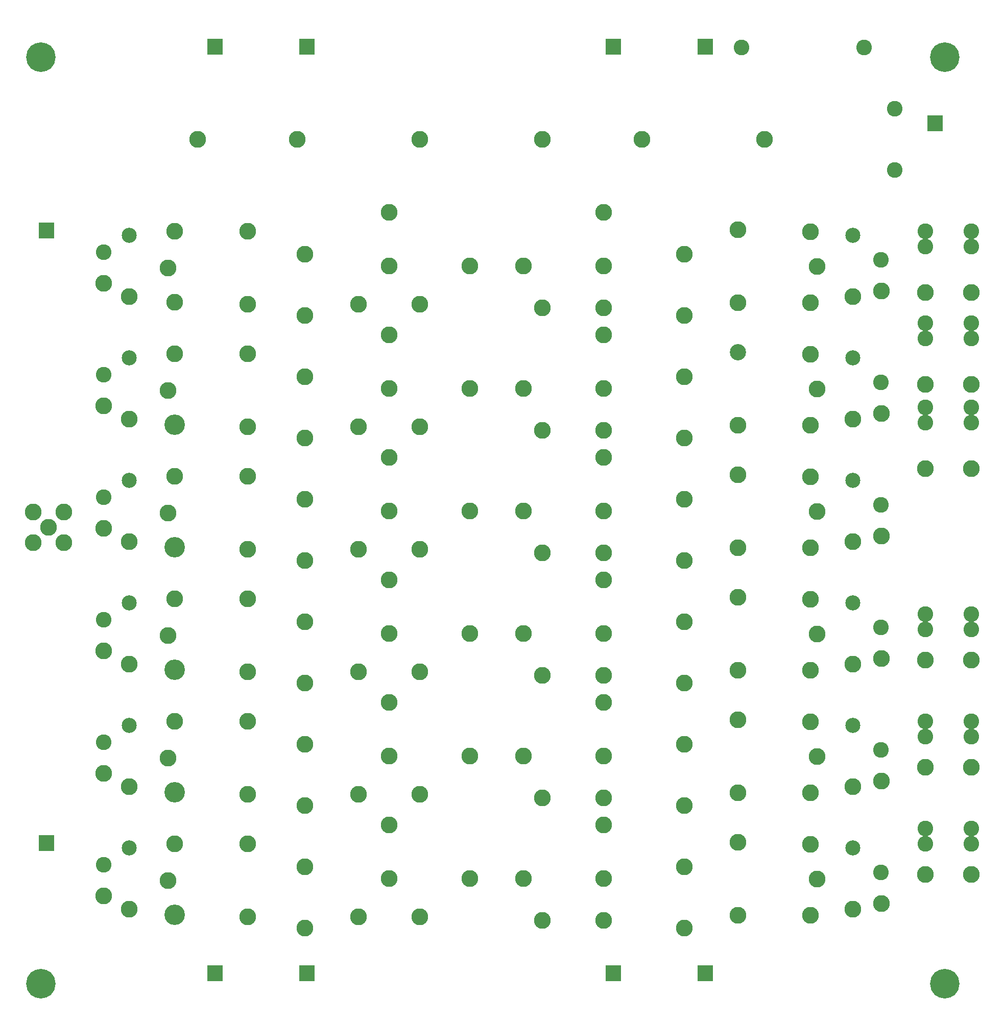
<source format=gbr>
%FSLAX34Y34*%
%MOMM*%
%LNSOLDERMASK_BOTTOM*%
G71*
G01*
%ADD10C,2.800*%
%ADD11C,2.800*%
%ADD12C,2.700*%
%ADD13C,2.600*%
%ADD14C,2.500*%
%ADD15C,2.700*%
%ADD16C,3.400*%
%ADD17C,2.800*%
%ADD18C,4.900*%
%LPD*%
X-1028700Y63500D02*
G54D10*
D03*
X-1028700Y-38100D02*
G54D10*
D03*
X-889000Y44450D02*
G54D11*
D03*
X-889000Y133350D02*
G54D11*
D03*
X-838200Y-19050D02*
G54D10*
D03*
X-939800Y-19050D02*
G54D10*
D03*
X-755650Y44450D02*
G54D11*
D03*
X-666750Y44450D02*
G54D11*
D03*
X-533400Y-25400D02*
G54D10*
D03*
X-635000Y-25400D02*
G54D10*
D03*
X-533400Y44450D02*
G54D11*
D03*
X-533400Y133350D02*
G54D11*
D03*
X-400050Y63500D02*
G54D10*
D03*
X-400050Y-38100D02*
G54D10*
D03*
X-1123950Y-19050D02*
G54D11*
D03*
X-1244600Y-15876D02*
G54D11*
D03*
X-1123950Y101600D02*
G54D11*
D03*
X-1244600Y101600D02*
G54D11*
D03*
X-1255712Y41275D02*
G54D11*
D03*
X-311290Y104251D02*
G54D11*
D03*
X-190640Y101077D02*
G54D11*
D03*
X-311290Y-16399D02*
G54D11*
D03*
X-190640Y-16399D02*
G54D11*
D03*
X-179528Y43926D02*
G54D11*
D03*
X-1028700Y63500D02*
G54D11*
D03*
X-838200Y-19050D02*
G54D11*
D03*
X-533400Y-25400D02*
G54D11*
D03*
X-400050Y-38100D02*
G54D11*
D03*
X-1244600Y-15876D02*
G54D12*
D03*
X-1362592Y15962D02*
G54D13*
D03*
X-1362704Y66942D02*
G54D13*
D03*
X-1320477Y-6070D02*
G54D14*
D03*
X-1320477Y95530D02*
G54D14*
D03*
X-1320477Y-6070D02*
G54D13*
D03*
X-73542Y3262D02*
G54D13*
D03*
X-73654Y54242D02*
G54D13*
D03*
X-120327Y-6070D02*
G54D14*
D03*
X-120327Y95530D02*
G54D14*
D03*
X-120327Y-6070D02*
G54D13*
D03*
X-1320477Y-6070D02*
G54D11*
D03*
X-1362592Y15962D02*
G54D11*
D03*
X-120327Y-6070D02*
G54D11*
D03*
X-73542Y3262D02*
G54D11*
D03*
X-1028700Y-139700D02*
G54D10*
D03*
X-1028700Y-241300D02*
G54D10*
D03*
X-889000Y-158750D02*
G54D11*
D03*
X-889000Y-69850D02*
G54D11*
D03*
X-838200Y-222250D02*
G54D10*
D03*
X-939800Y-222250D02*
G54D10*
D03*
X-755650Y-158750D02*
G54D11*
D03*
X-666750Y-158750D02*
G54D11*
D03*
X-533400Y-228600D02*
G54D10*
D03*
X-635000Y-228600D02*
G54D10*
D03*
X-533400Y-158750D02*
G54D11*
D03*
X-533400Y-69850D02*
G54D11*
D03*
X-400050Y-139700D02*
G54D10*
D03*
X-400050Y-241300D02*
G54D10*
D03*
X-1123950Y-222250D02*
G54D11*
D03*
X-1244600Y-219076D02*
G54D11*
D03*
X-1123950Y-101600D02*
G54D11*
D03*
X-1244600Y-101600D02*
G54D11*
D03*
X-1255712Y-161925D02*
G54D11*
D03*
X-311290Y-98949D02*
G54D15*
D03*
X-190640Y-102123D02*
G54D11*
D03*
X-311290Y-219599D02*
G54D11*
D03*
X-190640Y-219599D02*
G54D11*
D03*
X-179527Y-159274D02*
G54D11*
D03*
X-1028700Y-139700D02*
G54D11*
D03*
X-838200Y-222250D02*
G54D11*
D03*
X-533400Y-228600D02*
G54D11*
D03*
X-400050Y-241300D02*
G54D11*
D03*
X-1244600Y-219076D02*
G54D16*
D03*
X-1362592Y-187238D02*
G54D13*
D03*
X-1362704Y-136258D02*
G54D13*
D03*
X-1320477Y-209270D02*
G54D14*
D03*
X-1320477Y-107670D02*
G54D14*
D03*
X-1320477Y-209270D02*
G54D13*
D03*
X-73542Y-199938D02*
G54D13*
D03*
X-73654Y-148958D02*
G54D13*
D03*
X-120327Y-209270D02*
G54D14*
D03*
X-120327Y-107670D02*
G54D14*
D03*
X-120327Y-209270D02*
G54D13*
D03*
X-1320477Y-209270D02*
G54D11*
D03*
X-1362592Y-187238D02*
G54D11*
D03*
X-120327Y-209270D02*
G54D11*
D03*
X-73542Y-199938D02*
G54D11*
D03*
X-1028700Y-342900D02*
G54D10*
D03*
X-1028700Y-444500D02*
G54D10*
D03*
X-889000Y-361950D02*
G54D11*
D03*
X-889000Y-273050D02*
G54D11*
D03*
X-838200Y-425450D02*
G54D10*
D03*
X-939800Y-425450D02*
G54D10*
D03*
X-755650Y-361950D02*
G54D11*
D03*
X-666750Y-361950D02*
G54D11*
D03*
X-533400Y-431800D02*
G54D10*
D03*
X-635000Y-431800D02*
G54D10*
D03*
X-533400Y-361950D02*
G54D11*
D03*
X-533400Y-273050D02*
G54D11*
D03*
X-400050Y-342900D02*
G54D10*
D03*
X-400050Y-444500D02*
G54D10*
D03*
X-1123950Y-425450D02*
G54D11*
D03*
X-1244600Y-422276D02*
G54D11*
D03*
X-1123950Y-304800D02*
G54D11*
D03*
X-1244600Y-304800D02*
G54D11*
D03*
X-1255712Y-365125D02*
G54D11*
D03*
X-311290Y-302149D02*
G54D11*
D03*
X-190640Y-305323D02*
G54D11*
D03*
X-311290Y-422799D02*
G54D11*
D03*
X-190640Y-422799D02*
G54D11*
D03*
X-179527Y-362474D02*
G54D11*
D03*
X-1028700Y-342900D02*
G54D11*
D03*
X-838200Y-425450D02*
G54D11*
D03*
X-533400Y-431800D02*
G54D11*
D03*
X-400050Y-444500D02*
G54D11*
D03*
X-1244600Y-422276D02*
G54D16*
D03*
X-1362592Y-390438D02*
G54D13*
D03*
X-1362704Y-339458D02*
G54D13*
D03*
X-1320477Y-412470D02*
G54D14*
D03*
X-1320477Y-310870D02*
G54D14*
D03*
X-1320477Y-412470D02*
G54D13*
D03*
X-73542Y-403138D02*
G54D13*
D03*
X-73654Y-352158D02*
G54D13*
D03*
X-120327Y-412470D02*
G54D14*
D03*
X-120327Y-310870D02*
G54D14*
D03*
X-120327Y-412470D02*
G54D13*
D03*
X-1320477Y-412470D02*
G54D11*
D03*
X-1362592Y-390438D02*
G54D11*
D03*
X-120327Y-412470D02*
G54D11*
D03*
X-73542Y-403138D02*
G54D11*
D03*
X-1028700Y-546100D02*
G54D10*
D03*
X-1028700Y-647700D02*
G54D10*
D03*
X-889000Y-565150D02*
G54D11*
D03*
X-889000Y-476250D02*
G54D11*
D03*
X-838200Y-628650D02*
G54D10*
D03*
X-939800Y-628650D02*
G54D10*
D03*
X-755650Y-565150D02*
G54D11*
D03*
X-666750Y-565150D02*
G54D11*
D03*
X-533400Y-635000D02*
G54D10*
D03*
X-635000Y-635000D02*
G54D10*
D03*
X-533400Y-565150D02*
G54D11*
D03*
X-533400Y-476250D02*
G54D11*
D03*
X-400050Y-546100D02*
G54D10*
D03*
X-400050Y-647700D02*
G54D10*
D03*
X-1123950Y-628650D02*
G54D11*
D03*
X-1244600Y-625476D02*
G54D11*
D03*
X-1123950Y-508000D02*
G54D11*
D03*
X-1244600Y-508000D02*
G54D11*
D03*
X-1255712Y-568325D02*
G54D11*
D03*
X-311290Y-505348D02*
G54D11*
D03*
X-190640Y-508523D02*
G54D11*
D03*
X-311290Y-625999D02*
G54D11*
D03*
X-190640Y-625999D02*
G54D11*
D03*
X-179527Y-565674D02*
G54D11*
D03*
X-1028700Y-546100D02*
G54D11*
D03*
X-838200Y-628650D02*
G54D11*
D03*
X-533400Y-635000D02*
G54D11*
D03*
X-400050Y-647700D02*
G54D11*
D03*
X-1244600Y-625476D02*
G54D16*
D03*
X-1362592Y-593638D02*
G54D13*
D03*
X-1362704Y-542658D02*
G54D13*
D03*
X-1320477Y-615670D02*
G54D14*
D03*
X-1320477Y-514070D02*
G54D14*
D03*
X-1320477Y-615670D02*
G54D13*
D03*
X-73542Y-606338D02*
G54D13*
D03*
X-73654Y-555358D02*
G54D13*
D03*
X-120327Y-615670D02*
G54D14*
D03*
X-120327Y-514070D02*
G54D14*
D03*
X-120327Y-615670D02*
G54D13*
D03*
X-1320477Y-615670D02*
G54D11*
D03*
X-1362592Y-593638D02*
G54D11*
D03*
X-120327Y-615670D02*
G54D11*
D03*
X-73542Y-606338D02*
G54D11*
D03*
X-1028700Y-749300D02*
G54D10*
D03*
X-1028700Y-850900D02*
G54D10*
D03*
X-889000Y-768350D02*
G54D11*
D03*
X-889000Y-679450D02*
G54D11*
D03*
X-838200Y-831850D02*
G54D10*
D03*
X-939800Y-831850D02*
G54D10*
D03*
X-755650Y-768350D02*
G54D11*
D03*
X-666750Y-768350D02*
G54D11*
D03*
X-533400Y-838200D02*
G54D10*
D03*
X-635000Y-838200D02*
G54D10*
D03*
X-533400Y-768350D02*
G54D11*
D03*
X-533400Y-679450D02*
G54D11*
D03*
X-400050Y-749300D02*
G54D10*
D03*
X-400050Y-850900D02*
G54D10*
D03*
X-1123950Y-831850D02*
G54D11*
D03*
X-1244600Y-828676D02*
G54D11*
D03*
X-1123950Y-711200D02*
G54D11*
D03*
X-1244600Y-711200D02*
G54D11*
D03*
X-1255712Y-771525D02*
G54D11*
D03*
X-311290Y-708548D02*
G54D11*
D03*
X-190640Y-711723D02*
G54D11*
D03*
X-311290Y-829199D02*
G54D11*
D03*
X-190640Y-829199D02*
G54D11*
D03*
X-179527Y-768874D02*
G54D11*
D03*
X-1028700Y-749300D02*
G54D11*
D03*
X-838200Y-831850D02*
G54D11*
D03*
X-533400Y-838200D02*
G54D11*
D03*
X-400050Y-850900D02*
G54D11*
D03*
X-1244600Y-828676D02*
G54D16*
D03*
X-1362592Y-796838D02*
G54D13*
D03*
X-1362704Y-745858D02*
G54D13*
D03*
X-1320477Y-818870D02*
G54D14*
D03*
X-1320477Y-717270D02*
G54D14*
D03*
X-1320477Y-818870D02*
G54D13*
D03*
X-73542Y-809538D02*
G54D13*
D03*
X-73654Y-758558D02*
G54D13*
D03*
X-120327Y-818870D02*
G54D14*
D03*
X-120327Y-717270D02*
G54D14*
D03*
X-120327Y-818870D02*
G54D13*
D03*
X-1320477Y-818870D02*
G54D11*
D03*
X-1362592Y-796838D02*
G54D11*
D03*
X-120327Y-818870D02*
G54D11*
D03*
X-73542Y-809538D02*
G54D11*
D03*
X-1028700Y-952500D02*
G54D10*
D03*
X-1028700Y-1054100D02*
G54D10*
D03*
X-889000Y-971550D02*
G54D11*
D03*
X-889000Y-882650D02*
G54D11*
D03*
X-838200Y-1035050D02*
G54D10*
D03*
X-939800Y-1035050D02*
G54D10*
D03*
X-755650Y-971550D02*
G54D11*
D03*
X-666750Y-971550D02*
G54D11*
D03*
X-533400Y-1041400D02*
G54D10*
D03*
X-635000Y-1041400D02*
G54D10*
D03*
X-533400Y-971550D02*
G54D11*
D03*
X-533400Y-882650D02*
G54D11*
D03*
X-400050Y-952500D02*
G54D10*
D03*
X-400050Y-1054100D02*
G54D10*
D03*
X-1123950Y-1035050D02*
G54D11*
D03*
X-1244600Y-1031876D02*
G54D11*
D03*
X-1123950Y-914400D02*
G54D11*
D03*
X-1244600Y-914400D02*
G54D11*
D03*
X-1255712Y-974725D02*
G54D11*
D03*
X-311290Y-911748D02*
G54D11*
D03*
X-190640Y-914923D02*
G54D11*
D03*
X-311290Y-1032399D02*
G54D11*
D03*
X-190640Y-1032399D02*
G54D11*
D03*
X-179527Y-972074D02*
G54D11*
D03*
X-1028700Y-952500D02*
G54D11*
D03*
X-838200Y-1035050D02*
G54D11*
D03*
X-533400Y-1041400D02*
G54D11*
D03*
X-400050Y-1054100D02*
G54D11*
D03*
X-1244600Y-1031876D02*
G54D16*
D03*
X-1362592Y-1000038D02*
G54D13*
D03*
X-1362704Y-949058D02*
G54D13*
D03*
X-1320477Y-1022070D02*
G54D14*
D03*
X-1320477Y-920470D02*
G54D14*
D03*
X-1320477Y-1022070D02*
G54D13*
D03*
X-73542Y-1012738D02*
G54D13*
D03*
X-73654Y-961758D02*
G54D13*
D03*
X-120327Y-1022070D02*
G54D14*
D03*
X-120327Y-920470D02*
G54D14*
D03*
X-120327Y-1022070D02*
G54D13*
D03*
X-1320477Y-1022070D02*
G54D11*
D03*
X-1362592Y-1000038D02*
G54D11*
D03*
X-120327Y-1022070D02*
G54D11*
D03*
X-73542Y-1012738D02*
G54D11*
D03*
X-1206500Y254000D02*
G54D17*
D03*
X-635000Y254000D02*
G54D17*
D03*
X-469900Y254000D02*
G54D17*
D03*
X-266700Y254000D02*
G54D17*
D03*
X-1041400Y254000D02*
G54D17*
D03*
X-838200Y254000D02*
G54D17*
D03*
X-1479575Y-363562D02*
G54D11*
D03*
X-1428775Y-363562D02*
G54D11*
D03*
X-1454175Y-388962D02*
G54D11*
D03*
X-1428775Y-414362D02*
G54D11*
D03*
X-1479575Y-414362D02*
G54D11*
D03*
G36*
X-1190950Y421000D02*
X-1164950Y421000D01*
X-1164950Y395000D01*
X-1190950Y395000D01*
X-1190950Y421000D01*
G37*
G36*
X-1038550Y421000D02*
X-1012550Y421000D01*
X-1012550Y395000D01*
X-1038550Y395000D01*
X-1038550Y421000D01*
G37*
X-1466850Y390400D02*
G54D18*
D03*
G36*
X-530550Y421000D02*
X-504550Y421000D01*
X-504550Y395000D01*
X-530550Y395000D01*
X-530550Y421000D01*
G37*
G36*
X-378150Y421000D02*
X-352150Y421000D01*
X-352150Y395000D01*
X-378150Y395000D01*
X-378150Y421000D01*
G37*
X31750Y390400D02*
G54D18*
D03*
G36*
X-1190950Y-1115700D02*
X-1164950Y-1115700D01*
X-1164950Y-1141700D01*
X-1190950Y-1141700D01*
X-1190950Y-1115700D01*
G37*
G36*
X-1038550Y-1115700D02*
X-1012550Y-1115700D01*
X-1012550Y-1141700D01*
X-1038550Y-1141700D01*
X-1038550Y-1115700D01*
G37*
X-1466850Y-1146300D02*
G54D18*
D03*
G36*
X-530550Y-1115700D02*
X-504550Y-1115700D01*
X-504550Y-1141700D01*
X-530550Y-1141700D01*
X-530550Y-1115700D01*
G37*
G36*
X-378150Y-1115700D02*
X-352150Y-1115700D01*
X-352150Y-1141700D01*
X-378150Y-1141700D01*
X-378150Y-1115700D01*
G37*
X31750Y-1146300D02*
G54D18*
D03*
G36*
X2850Y294000D02*
X28850Y294000D01*
X28850Y268000D01*
X2850Y268000D01*
X2850Y294000D01*
G37*
G36*
X-1470350Y-899800D02*
X-1444350Y-899800D01*
X-1444350Y-925800D01*
X-1470350Y-925800D01*
X-1470350Y-899800D01*
G37*
G36*
X-1470350Y116200D02*
X-1444350Y116200D01*
X-1444350Y90200D01*
X-1470350Y90200D01*
X-1470350Y116200D01*
G37*
X-304800Y406400D02*
G54D13*
D03*
X-101600Y406400D02*
G54D13*
D03*
X0Y-76200D02*
G54D13*
D03*
X76200Y-76200D02*
G54D13*
D03*
X-50800Y304800D02*
G54D13*
D03*
X-50800Y203200D02*
G54D13*
D03*
X0Y-76200D02*
G54D13*
D03*
X0Y-152400D02*
G54D13*
D03*
X76200Y-76200D02*
G54D13*
D03*
X76200Y-152400D02*
G54D13*
D03*
X0Y-152400D02*
G54D11*
D03*
X76200Y-152400D02*
G54D11*
D03*
X0Y-215900D02*
G54D13*
D03*
X76200Y-215900D02*
G54D13*
D03*
X0Y-215900D02*
G54D13*
D03*
X0Y-292100D02*
G54D13*
D03*
X76200Y-215900D02*
G54D13*
D03*
X76200Y-292100D02*
G54D13*
D03*
X0Y-292100D02*
G54D11*
D03*
X76200Y-292100D02*
G54D11*
D03*
X0Y76200D02*
G54D13*
D03*
X76200Y76200D02*
G54D13*
D03*
X0Y76200D02*
G54D13*
D03*
X0Y0D02*
G54D13*
D03*
X76200Y76200D02*
G54D13*
D03*
X76200Y0D02*
G54D13*
D03*
X0Y0D02*
G54D11*
D03*
X76200Y0D02*
G54D11*
D03*
X0Y-533400D02*
G54D13*
D03*
X76200Y-533400D02*
G54D13*
D03*
X0Y-533400D02*
G54D13*
D03*
X0Y-609600D02*
G54D13*
D03*
X76200Y-533400D02*
G54D13*
D03*
X76200Y-609600D02*
G54D13*
D03*
X0Y-609600D02*
G54D11*
D03*
X76200Y-609600D02*
G54D11*
D03*
X0Y-711200D02*
G54D13*
D03*
X76200Y-711200D02*
G54D13*
D03*
X0Y-711200D02*
G54D13*
D03*
X0Y-787400D02*
G54D13*
D03*
X76200Y-711200D02*
G54D13*
D03*
X76200Y-787400D02*
G54D13*
D03*
X0Y-787400D02*
G54D11*
D03*
X76200Y-787400D02*
G54D11*
D03*
X0Y-889000D02*
G54D13*
D03*
X76200Y-889000D02*
G54D13*
D03*
X0Y-889000D02*
G54D13*
D03*
X0Y-965200D02*
G54D13*
D03*
X76200Y-889000D02*
G54D13*
D03*
X76200Y-965200D02*
G54D13*
D03*
X0Y-965200D02*
G54D11*
D03*
X76200Y-965200D02*
G54D11*
D03*
X0Y101600D02*
G54D13*
D03*
X76200Y101600D02*
G54D13*
D03*
X0Y-50800D02*
G54D13*
D03*
X76200Y-50800D02*
G54D13*
D03*
X0Y-190500D02*
G54D13*
D03*
X76200Y-190500D02*
G54D13*
D03*
X0Y-558800D02*
G54D13*
D03*
X76200Y-558800D02*
G54D13*
D03*
X0Y-736600D02*
G54D13*
D03*
X76200Y-736600D02*
G54D13*
D03*
X0Y-914400D02*
G54D13*
D03*
X76200Y-914400D02*
G54D13*
D03*
M02*

</source>
